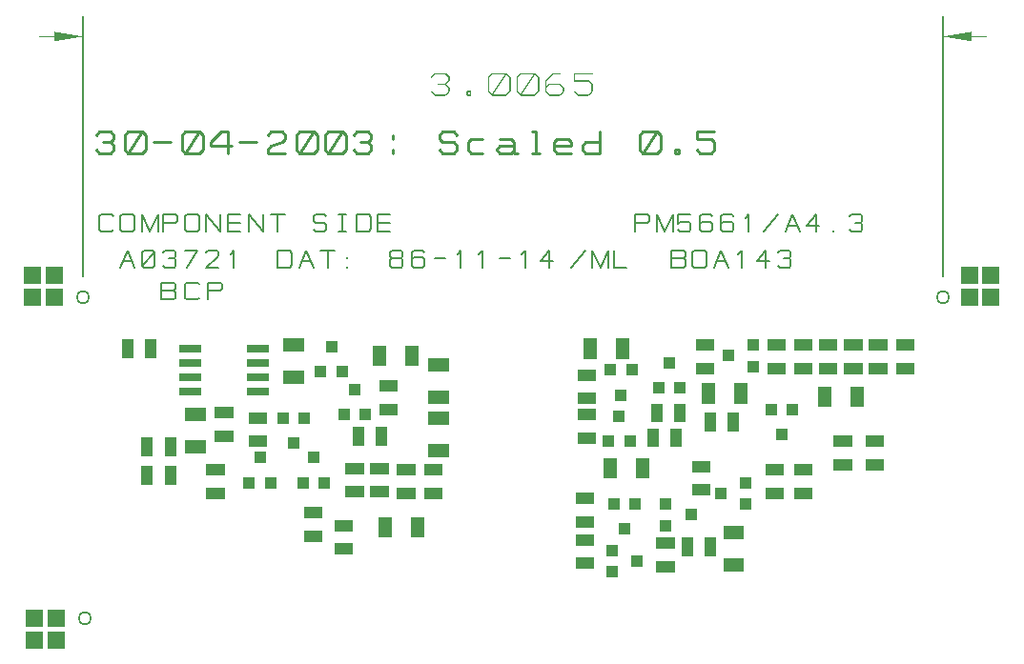
<source format=gbr>
*
%LPD*%
%LNStencil1_scaled*%
%FSLAX24Y24*%
%MOIN*%
%AD*%
%AMDimension19*
20,1,0.005000,-0.285752,0.243167,-0.273252,0.255667,0.000000*
1,1,0.005000,-0.285752,0.243167*
1,1,0.005000,-0.273252,0.255667*
20,1,0.005000,-0.273252,0.255667,-0.235752,0.255667,0.000000*
1,1,0.005000,-0.273252,0.255667*
1,1,0.005000,-0.235752,0.255667*
20,1,0.005000,-0.235752,0.255667,-0.223252,0.243167,0.000000*
1,1,0.005000,-0.235752,0.255667*
1,1,0.005000,-0.223252,0.243167*
20,1,0.005000,-0.223252,0.243167,-0.223252,0.230667,0.000000*
1,1,0.005000,-0.223252,0.243167*
1,1,0.005000,-0.223252,0.230667*
20,1,0.005000,-0.223252,0.230667,-0.235752,0.218167,0.000000*
1,1,0.005000,-0.223252,0.230667*
1,1,0.005000,-0.235752,0.218167*
20,1,0.005000,-0.235752,0.218167,-0.260752,0.218167,0.000000*
1,1,0.005000,-0.235752,0.218167*
1,1,0.005000,-0.260752,0.218167*
20,1,0.005000,-0.235752,0.218167,-0.223252,0.205667,0.000000*
1,1,0.005000,-0.235752,0.218167*
1,1,0.005000,-0.223252,0.205667*
20,1,0.005000,-0.223252,0.205667,-0.223252,0.193167,0.000000*
1,1,0.005000,-0.223252,0.205667*
1,1,0.005000,-0.223252,0.193167*
20,1,0.005000,-0.223252,0.193167,-0.235752,0.180667,0.000000*
1,1,0.005000,-0.223252,0.193167*
1,1,0.005000,-0.235752,0.180667*
20,1,0.005000,-0.235752,0.180667,-0.273252,0.180667,0.000000*
1,1,0.005000,-0.235752,0.180667*
1,1,0.005000,-0.273252,0.180667*
20,1,0.005000,-0.273252,0.180667,-0.285752,0.193167,0.000000*
1,1,0.005000,-0.273252,0.180667*
1,1,0.005000,-0.285752,0.193167*
20,1,0.005000,-0.160752,0.193167,-0.148252,0.193167,0.000000*
1,1,0.005000,-0.160752,0.193167*
1,1,0.005000,-0.148252,0.193167*
20,1,0.005000,-0.148252,0.193167,-0.148252,0.180667,0.000000*
1,1,0.005000,-0.148252,0.193167*
1,1,0.005000,-0.148252,0.180667*
20,1,0.005000,-0.148252,0.180667,-0.160752,0.180667,0.000000*
1,1,0.005000,-0.148252,0.180667*
1,1,0.005000,-0.160752,0.180667*
20,1,0.005000,-0.160752,0.180667,-0.160752,0.193167,0.000000*
1,1,0.005000,-0.160752,0.180667*
1,1,0.005000,-0.160752,0.193167*
20,1,0.005000,-0.073252,0.255667,-0.023252,0.255667,0.000000*
1,1,0.005000,-0.073252,0.255667*
1,1,0.005000,-0.023252,0.255667*
20,1,0.005000,-0.023252,0.255667,-0.010752,0.243167,0.000000*
1,1,0.005000,-0.023252,0.255667*
1,1,0.005000,-0.010752,0.243167*
20,1,0.005000,-0.010752,0.243167,-0.010752,0.193167,0.000000*
1,1,0.005000,-0.010752,0.243167*
1,1,0.005000,-0.010752,0.193167*
20,1,0.005000,-0.010752,0.193167,-0.023252,0.180667,0.000000*
1,1,0.005000,-0.010752,0.193167*
1,1,0.005000,-0.023252,0.180667*
20,1,0.005000,-0.023252,0.180667,-0.073252,0.180667,0.000000*
1,1,0.005000,-0.023252,0.180667*
1,1,0.005000,-0.073252,0.180667*
20,1,0.005000,-0.073252,0.180667,-0.085752,0.193167,0.000000*
1,1,0.005000,-0.073252,0.180667*
1,1,0.005000,-0.085752,0.193167*
20,1,0.005000,-0.085752,0.193167,-0.085752,0.243167,0.000000*
1,1,0.005000,-0.085752,0.193167*
1,1,0.005000,-0.085752,0.243167*
20,1,0.005000,-0.085752,0.243167,-0.073252,0.255667,0.000000*
1,1,0.005000,-0.085752,0.243167*
1,1,0.005000,-0.073252,0.255667*
20,1,0.005000,-0.023252,0.255667,-0.073252,0.180667,0.000000*
1,1,0.005000,-0.023252,0.255667*
1,1,0.005000,-0.073252,0.180667*
20,1,0.005000,0.026748,0.255667,0.076748,0.255667,0.000000*
1,1,0.005000,0.026748,0.255667*
1,1,0.005000,0.076748,0.255667*
20,1,0.005000,0.076748,0.255667,0.089248,0.243167,0.000000*
1,1,0.005000,0.076748,0.255667*
1,1,0.005000,0.089248,0.243167*
20,1,0.005000,0.089248,0.243167,0.089248,0.193167,0.000000*
1,1,0.005000,0.089248,0.243167*
1,1,0.005000,0.089248,0.193167*
20,1,0.005000,0.089248,0.193167,0.076748,0.180667,0.000000*
1,1,0.005000,0.089248,0.193167*
1,1,0.005000,0.076748,0.180667*
20,1,0.005000,0.076748,0.180667,0.026748,0.180667,0.000000*
1,1,0.005000,0.076748,0.180667*
1,1,0.005000,0.026748,0.180667*
20,1,0.005000,0.026748,0.180667,0.014248,0.193167,0.000000*
1,1,0.005000,0.026748,0.180667*
1,1,0.005000,0.014248,0.193167*
20,1,0.005000,0.014248,0.193167,0.014248,0.243167,0.000000*
1,1,0.005000,0.014248,0.193167*
1,1,0.005000,0.014248,0.243167*
20,1,0.005000,0.014248,0.243167,0.026748,0.255667,0.000000*
1,1,0.005000,0.014248,0.243167*
1,1,0.005000,0.026748,0.255667*
20,1,0.005000,0.076748,0.255667,0.026748,0.180667,0.000000*
1,1,0.005000,0.076748,0.255667*
1,1,0.005000,0.026748,0.180667*
20,1,0.005000,0.164248,0.255667,0.139248,0.255667,0.000000*
1,1,0.005000,0.164248,0.255667*
1,1,0.005000,0.139248,0.255667*
20,1,0.005000,0.139248,0.255667,0.114248,0.230667,0.000000*
1,1,0.005000,0.139248,0.255667*
1,1,0.005000,0.114248,0.230667*
20,1,0.005000,0.114248,0.230667,0.114248,0.193167,0.000000*
1,1,0.005000,0.114248,0.230667*
1,1,0.005000,0.114248,0.193167*
20,1,0.005000,0.114248,0.193167,0.126748,0.180667,0.000000*
1,1,0.005000,0.114248,0.193167*
1,1,0.005000,0.126748,0.180667*
20,1,0.005000,0.126748,0.180667,0.164248,0.180667,0.000000*
1,1,0.005000,0.126748,0.180667*
1,1,0.005000,0.164248,0.180667*
20,1,0.005000,0.164248,0.180667,0.176748,0.193167,0.000000*
1,1,0.005000,0.164248,0.180667*
1,1,0.005000,0.176748,0.193167*
20,1,0.005000,0.176748,0.193167,0.176748,0.205667,0.000000*
1,1,0.005000,0.176748,0.193167*
1,1,0.005000,0.176748,0.205667*
20,1,0.005000,0.176748,0.205667,0.164248,0.218167,0.000000*
1,1,0.005000,0.176748,0.205667*
1,1,0.005000,0.164248,0.218167*
20,1,0.005000,0.164248,0.218167,0.126748,0.218167,0.000000*
1,1,0.005000,0.164248,0.218167*
1,1,0.005000,0.126748,0.218167*
20,1,0.005000,0.126748,0.218167,0.114248,0.205667,0.000000*
1,1,0.005000,0.126748,0.218167*
1,1,0.005000,0.114248,0.205667*
20,1,0.005000,0.214248,0.255667,0.276748,0.255667,0.000000*
1,1,0.005000,0.214248,0.255667*
1,1,0.005000,0.276748,0.255667*
20,1,0.005000,0.214248,0.255667,0.214248,0.230667,0.000000*
1,1,0.005000,0.214248,0.255667*
1,1,0.005000,0.214248,0.230667*
20,1,0.005000,0.214248,0.230667,0.264248,0.230667,0.000000*
1,1,0.005000,0.214248,0.230667*
1,1,0.005000,0.264248,0.230667*
20,1,0.005000,0.264248,0.230667,0.276748,0.218167,0.000000*
1,1,0.005000,0.264248,0.230667*
1,1,0.005000,0.276748,0.218167*
20,1,0.005000,0.276748,0.218167,0.276748,0.193167,0.000000*
1,1,0.005000,0.276748,0.218167*
1,1,0.005000,0.276748,0.193167*
20,1,0.005000,0.276748,0.193167,0.264248,0.180667,0.000000*
1,1,0.005000,0.276748,0.193167*
1,1,0.005000,0.264248,0.180667*
20,1,0.005000,0.264248,0.180667,0.226748,0.180667,0.000000*
1,1,0.005000,0.264248,0.180667*
1,1,0.005000,0.226748,0.180667*
20,1,0.005000,0.226748,0.180667,0.214248,0.193167,0.000000*
1,1,0.005000,0.226748,0.180667*
1,1,0.005000,0.214248,0.193167*
20,1,0.005000,-1.503250,-0.455667,-1.503250,0.455667,0.000000*
1,1,0.005000,-1.503250,-0.455667*
1,1,0.005000,-1.503250,0.455667*
20,1,0.005000,1.503250,-0.455667,1.503250,0.455667,0.000000*
1,1,0.005000,1.503250,-0.455667*
1,1,0.005000,1.503250,0.455667*
4,1,3.000000,-1.503250,0.385667,-1.601890,0.369231,-1.601890,0.402103,-1.503250,0.385667,0.000000*
20,1,0.005000,-1.601890,0.385667,-1.653250,0.385667,0.000000*
1,1,0.005000,-1.601890,0.385667*
1,1,0.005000,-1.653250,0.385667*
4,1,3.000000,1.503250,0.385667,1.601890,0.402103,1.601890,0.369231,1.503250,0.385667,0.000000*
20,1,0.005000,1.601890,0.385667,1.653250,0.385667,0.000000*
1,1,0.005000,1.601890,0.385667*
1,1,0.005000,1.653250,0.385667*
%
%ADD10C,0.010000*%
%ADD11R,0.030000X0.030000*%
%ADD12R,0.040000X0.040000*%
%ADD13R,0.047000X0.047000*%
%ADD14C,0.050000X0.037500*%
%ADD15R,0.059000X0.059000*%
%ADD16C,0.005000*%
%ADD17Dimension19*%
D11*
X28500Y51250D3*
X28750Y51750D3*
X28750Y52250D3*
X28750Y52750D3*
X28500Y52750D3*
X29000Y52750D3*
X29000Y52250D3*
X28500Y52250D3*
X28500Y51750D3*
X28750Y51250D3*
X29000Y51750D3*
X29000Y51250D3*
X30875Y51250D3*
X31125Y51250D3*
X31125Y51750D3*
X31125Y52250D3*
X31125Y52750D3*
X30875Y52250D3*
X30875Y51750D3*
X31375Y51750D3*
X31375Y51250D3*
X31375Y52250D3*
X31375Y52750D3*
X30875Y52750D3*
D12*
X31000Y50315D3*
X31250Y50315D3*
X32000Y50310D3*
X32750Y50310D3*
X32375Y49435D3*
X33065Y48940D3*
X33440Y48065D3*
X32690Y48065D3*
X31565Y48065D3*
X30815Y48065D3*
X31190Y48940D3*
X31000Y49500D3*
X31250Y49500D3*
X30065Y49685D3*
X29815Y49685D3*
X29815Y50500D3*
X30065Y50500D3*
X29755Y48500D3*
X29755Y47685D3*
X29505Y47685D3*
X29505Y48500D3*
X28065Y48435D3*
X28065Y49185D3*
X27250Y49185D3*
X27250Y49435D3*
X28065Y49435D3*
X28065Y48185D3*
X27250Y48185D3*
X27250Y48435D3*
X27375Y52625D3*
X26560Y52625D3*
X26560Y52875D3*
X27375Y52875D3*
X33690Y52815D3*
X34065Y51940D3*
X33315Y51940D3*
X34500Y51315D3*
X35565Y51440D3*
X35565Y50625D3*
X34875Y50440D3*
X34125Y50440D3*
X34625Y49810D3*
X34625Y49560D3*
X35440Y49560D3*
X35440Y49810D3*
X35815Y50625D3*
X35815Y51440D3*
X35500Y48565D3*
X34625Y48565D3*
X34375Y48565D3*
X34375Y47750D3*
X34625Y47750D3*
X35250Y47750D3*
X35250Y48565D3*
X36185Y48505D3*
X36435Y48505D3*
X36435Y47690D3*
X36185Y47690D3*
X35500Y47750D3*
X37125Y47690D3*
X37125Y48505D3*
X37375Y48505D3*
X37375Y47690D3*
X34250Y46565D3*
X34000Y46565D3*
X34000Y45750D3*
X34250Y45750D3*
X33185Y46190D3*
X33185Y47005D3*
X32935Y47005D3*
X32935Y46190D3*
X42435Y46065D3*
X42685Y46065D3*
X42685Y45250D3*
X42435Y45250D3*
X43505Y44940D3*
X43505Y45690D3*
X43940Y46435D3*
X44315Y47310D3*
X43565Y47310D3*
X42685Y47505D3*
X42435Y47505D3*
X42435Y46690D3*
X42685Y46690D3*
X45380Y46565D3*
X45380Y47315D3*
X46255Y46940D3*
X46500Y47815D3*
X47310Y47690D3*
X46750Y47815D3*
X46750Y48630D3*
X46500Y48630D3*
X45750Y49500D3*
X44935Y49500D3*
X44125Y49505D3*
X43375Y49505D3*
X42750Y49625D3*
X42750Y50440D3*
X42500Y51000D3*
X42500Y51815D3*
X42750Y51815D3*
X43440Y52000D3*
X44190Y52000D3*
X43815Y51125D3*
X43750Y50380D3*
X42500Y50440D3*
X42750Y51000D3*
X42500Y49625D3*
X44935Y49750D3*
X45750Y49750D3*
X45875Y50375D3*
X45060Y50375D3*
X45060Y50625D3*
X45125Y51380D3*
X45875Y51380D3*
X45875Y50625D3*
X46935Y50310D3*
X46935Y50060D3*
X47750Y50060D3*
X47750Y50310D3*
X49065Y50625D3*
X49815Y50625D3*
X49440Y49750D3*
X49315Y48500D3*
X49315Y47685D3*
X49065Y47685D3*
X49065Y48500D3*
X50060Y48505D3*
X50310Y48505D3*
X50310Y47690D3*
X50060Y47690D3*
X48185Y48065D3*
X48185Y47315D3*
X46940Y45935D3*
X46125Y45935D3*
X46125Y45685D3*
X46940Y45685D3*
X45500Y45940D3*
X45250Y45940D3*
X45250Y45125D3*
X45500Y45125D3*
X44380Y45315D3*
X45500Y52255D3*
X46625Y52065D3*
X46625Y52880D3*
X46875Y52880D3*
X46875Y52065D3*
X47560Y52500D3*
X48435Y52875D3*
X48435Y52125D3*
X49130Y52060D3*
X49380Y52060D3*
X49380Y52875D3*
X49130Y52875D3*
X50060Y52880D3*
X50310Y52880D3*
X50310Y52065D3*
X50060Y52065D3*
X50935Y52065D3*
X51810Y52065D3*
X51810Y52880D3*
X52060Y52880D3*
X52060Y52065D3*
X52685Y52065D3*
X52685Y52880D3*
X52935Y52880D3*
X52935Y52065D3*
X53625Y52065D3*
X53625Y52880D3*
X53875Y52880D3*
X53875Y52065D3*
X51185Y52065D3*
X51185Y52880D3*
X50935Y52880D3*
X51440Y49500D3*
X51440Y48685D3*
X51690Y48685D3*
X51690Y49500D3*
X52565Y49500D3*
X52565Y48685D3*
X52815Y48685D3*
X52815Y49500D3*
D13*
X52065Y50940D3*
X52065Y51190D3*
X50940Y51190D3*
X50940Y50940D3*
X48000Y51065D3*
X48000Y51315D3*
X46875Y51315D3*
X46875Y51065D3*
X43875Y52625D3*
X43875Y52875D3*
X42750Y52875D3*
X42750Y52625D3*
X43440Y48690D3*
X43440Y48440D3*
X44565Y48440D3*
X44565Y48690D3*
X47625Y46315D3*
X47875Y46315D3*
X47875Y45190D3*
X47625Y45190D3*
X36690Y46375D3*
X36690Y46625D3*
X35565Y46625D3*
X35565Y46375D3*
X37315Y49190D3*
X37565Y49190D3*
X37565Y50315D3*
X37565Y51065D3*
X37315Y51065D3*
X37315Y50315D3*
X37315Y52190D3*
X37565Y52190D3*
X36500Y52375D3*
X36500Y52625D3*
X35375Y52625D3*
X35375Y52375D3*
X32500Y52875D3*
X32250Y52875D3*
X32250Y51750D3*
X32500Y51750D3*
X29065Y50440D3*
X28815Y50440D3*
X28815Y49315D3*
X29065Y49315D3*
D14*
X25000Y54565D3*
X25065Y43315D3*
X55065Y54565D3*
D15*
X56000Y54565D3*
X56000Y55315D3*
X56750Y55315D3*
X56750Y54565D3*
X24000Y54565D3*
X23250Y54565D3*
X23250Y55315D3*
X24000Y55315D3*
X24065Y43315D3*
X23315Y43315D3*
X23315Y42565D3*
X24065Y42565D3*
X26065Y56905D2*
D16*
X26000Y56845D1*
X25625Y56845D1*
X25565Y56905D1*
X25565Y57375D1*
X25625Y57440D1*
X26000Y57440D1*
X26065Y57375D1*
X26815Y56905D2*
X26750Y56845D1*
X26375Y56845D1*
X26315Y56905D1*
X26315Y57375D1*
X26375Y57440D1*
X26750Y57440D1*
X26815Y57375D1*
X26815Y56905D1*
X27065Y56845D2*
X27065Y57440D1*
X27345Y56845D1*
X27625Y57440D1*
X27625Y56845D1*
X27815Y56845D2*
X27815Y57440D1*
X28250Y57440D1*
X28315Y57375D1*
X28315Y57220D1*
X28250Y57155D1*
X27815Y57155D1*
X29065Y56905D2*
X29000Y56845D1*
X28625Y56845D1*
X28565Y56905D1*
X28565Y57375D1*
X28625Y57440D1*
X29000Y57440D1*
X29065Y57375D1*
X29065Y56905D1*
X29315Y56845D2*
X29315Y57440D1*
X29815Y56845D1*
X29815Y57440D1*
X30500Y56845D2*
X30065Y56845D1*
X30065Y57440D1*
X30500Y57440D1*
X30500Y57155D2*
X30065Y57155D1*
X30815Y56845D2*
X30815Y57440D1*
X31315Y56845D1*
X31315Y57440D1*
X31565Y57440D2*
X32065Y57440D1*
X31815Y57440D2*
X31815Y56845D1*
X33065Y56905D2*
X33125Y56845D1*
X33440Y56845D1*
X33500Y56905D1*
X33500Y57095D1*
X33440Y57155D1*
X33125Y57155D1*
X33065Y57220D1*
X33065Y57375D1*
X33125Y57440D1*
X33440Y57440D1*
X33500Y57375D1*
X34065Y56845D2*
X34065Y57440D1*
X33940Y56845D2*
X34190Y56845D1*
X33940Y57440D2*
X34190Y57440D1*
X34565Y56845D2*
X34565Y57440D1*
X35000Y57440D1*
X35065Y57345D1*
X35065Y56940D1*
X35000Y56845D1*
X34565Y56845D1*
X35750Y56845D2*
X35315Y56845D1*
X35315Y57440D1*
X35750Y57440D1*
X35750Y57155D2*
X35315Y57155D1*
X31815Y55595D2*
X31815Y56190D1*
X32250Y56190D1*
X32315Y56095D1*
X32315Y55690D1*
X32250Y55595D1*
X31815Y55595D1*
X32565Y55595D2*
X32815Y56190D1*
X33065Y55595D1*
X32655Y55815D2*
X32970Y55815D1*
X33315Y56190D2*
X33815Y56190D1*
X33565Y56190D2*
X33565Y55595D1*
X34250Y55595D2*
X34220Y55595D1*
X34220Y55625D1*
X34250Y55625D1*
X34250Y55595D1*
X34250Y55905D2*
X34220Y55905D1*
X34220Y55940D1*
X34250Y55940D1*
X34250Y55905D1*
X42065Y55595D2*
X42565Y56190D1*
X42815Y55595D2*
X42815Y56190D1*
X43095Y55595D1*
X43375Y56190D1*
X43375Y55595D1*
X44000Y55595D2*
X43565Y55595D1*
X43565Y56190D1*
X45565Y55595D2*
X45565Y56190D1*
X46000Y56190D1*
X46065Y56125D1*
X46065Y55970D1*
X46000Y55905D1*
X45565Y55905D1*
X46000Y55905D2*
X46065Y55845D1*
X46065Y55655D1*
X46000Y55595D1*
X45565Y55595D1*
X46815Y55655D2*
X46750Y55595D1*
X46375Y55595D1*
X46315Y55655D1*
X46315Y56125D1*
X46375Y56190D1*
X46750Y56190D1*
X46815Y56125D1*
X46815Y55655D1*
X47065Y55595D2*
X47315Y56190D1*
X47565Y55595D1*
X47155Y55815D2*
X47470Y55815D1*
X48030Y55595D2*
X48030Y56190D1*
X47905Y56065D1*
X48875Y55595D2*
X48875Y56190D1*
X48565Y55815D1*
X49000Y55815D1*
X49315Y56125D2*
X49375Y56190D1*
X49690Y56190D1*
X49750Y56125D1*
X49750Y55970D1*
X49690Y55905D1*
X49500Y55905D1*
X49690Y55905D1*
X49750Y55845D1*
X49750Y55655D1*
X49690Y55595D1*
X49375Y55595D1*
X49315Y55655D1*
X26315Y55595D2*
X26565Y56190D1*
X26815Y55595D1*
X26405Y55815D2*
X26720Y55815D1*
X27750Y54470D2*
X27750Y55065D1*
X28185Y55065D1*
X28250Y55000D1*
X28250Y54845D1*
X28185Y54780D1*
X27750Y54780D1*
X28185Y54780D2*
X28250Y54720D1*
X28250Y54530D1*
X28185Y54470D1*
X27750Y54470D1*
X29065Y54530D2*
X29000Y54470D1*
X28625Y54470D1*
X28565Y54530D1*
X28565Y55000D1*
X28625Y55065D1*
X29000Y55065D1*
X29065Y55000D1*
X29375Y54470D2*
X29375Y55065D1*
X29810Y55065D1*
X29875Y55000D1*
X29875Y54845D1*
X29810Y54780D1*
X29375Y54780D1*
X27500Y55655D2*
X27440Y55595D1*
X27125Y55595D1*
X27065Y55655D1*
X27065Y56125D1*
X27125Y56190D1*
X27440Y56190D1*
X27500Y56125D1*
X27500Y55655D1*
X27065Y55655D2*
X27500Y56125D1*
X27815Y56125D2*
X27875Y56190D1*
X28190Y56190D1*
X28250Y56125D1*
X28250Y55970D1*
X28190Y55905D1*
X28000Y55905D1*
X28190Y55905D1*
X28250Y55845D1*
X28250Y55655D1*
X28190Y55595D1*
X27875Y55595D1*
X27815Y55655D1*
X28565Y56190D2*
X29000Y56190D1*
X28625Y55595D1*
X29315Y56125D2*
X29375Y56190D1*
X29690Y56190D1*
X29750Y56125D1*
X29750Y56000D1*
X29690Y55940D1*
X29315Y55595D1*
X29750Y55595D1*
X30280Y55595D2*
X30280Y56190D1*
X30155Y56065D1*
X44315Y56845D2*
X44315Y57440D1*
X44750Y57440D1*
X44815Y57375D1*
X44815Y57220D1*
X44750Y57155D1*
X44315Y57155D1*
X45065Y56845D2*
X45065Y57440D1*
X45345Y56845D1*
X45625Y57440D1*
X45625Y56845D1*
X45815Y56905D2*
X45875Y56845D1*
X46190Y56845D1*
X46250Y56905D1*
X46250Y57125D1*
X46190Y57190D1*
X45875Y57190D1*
X45815Y57125D1*
X45815Y57440D1*
X46250Y57440D1*
X46565Y57125D2*
X46625Y57190D1*
X46940Y57190D1*
X47000Y57125D1*
X47000Y56905D1*
X46940Y56845D1*
X46625Y56845D1*
X46565Y56905D1*
X46565Y57375D1*
X46625Y57440D1*
X46940Y57440D1*
X47000Y57375D1*
X47315Y57125D2*
X47375Y57190D1*
X47690Y57190D1*
X47750Y57125D1*
X47750Y56905D1*
X47690Y56845D1*
X47375Y56845D1*
X47315Y56905D1*
X47315Y57375D1*
X47375Y57440D1*
X47690Y57440D1*
X47750Y57375D1*
X48280Y56845D2*
X48280Y57440D1*
X48155Y57315D1*
X48815Y56845D2*
X49315Y57440D1*
X49565Y56845D2*
X49815Y57440D1*
X50065Y56845D1*
X49655Y57065D2*
X49970Y57065D1*
X50625Y56845D2*
X50625Y57440D1*
X50315Y57065D1*
X50750Y57065D1*
X51250Y56845D2*
X51220Y56845D1*
X51220Y56875D1*
X51250Y56875D1*
X51250Y56845D1*
X51815Y57375D2*
X51875Y57440D1*
X52190Y57440D1*
X52250Y57375D1*
X52250Y57220D1*
X52190Y57155D1*
X52000Y57155D1*
X52190Y57155D1*
X52250Y57095D1*
X52250Y56905D1*
X52190Y56845D1*
X51875Y56845D1*
X51815Y56905D1*
X35750Y55655D2*
X35750Y55845D1*
X35810Y55905D1*
X36125Y55905D1*
X36185Y55970D1*
X36185Y56125D1*
X36125Y56190D1*
X35810Y56190D1*
X35750Y56125D1*
X35750Y55970D1*
X35810Y55905D1*
X36125Y55905D1*
X36185Y55845D1*
X36185Y55655D1*
X36125Y55595D1*
X35810Y55595D1*
X35750Y55655D1*
X36500Y55875D2*
X36560Y55940D1*
X36875Y55940D1*
X36935Y55875D1*
X36935Y55655D1*
X36875Y55595D1*
X36560Y55595D1*
X36500Y55655D1*
X36500Y56125D1*
X36560Y56190D1*
X36875Y56190D1*
X36935Y56125D1*
X37310Y55905D2*
X37685Y55905D1*
X38215Y55595D2*
X38215Y56190D1*
X38090Y56065D1*
X38965Y55595D2*
X38965Y56190D1*
X38840Y56065D1*
X39560Y55905D2*
X39935Y55905D1*
X40465Y55595D2*
X40465Y56190D1*
X40340Y56065D1*
X41310Y55595D2*
X41310Y56190D1*
X41000Y55815D1*
X41435Y55815D1*
X25459Y60221D2*
D10*
X25584Y60346D1*
X25959Y60346D1*
X26084Y60221D1*
X26084Y60096D1*
X25959Y59971D1*
X25709Y59971D1*
X25959Y59971D2*
X26084Y59846D1*
X26084Y59721D1*
X25959Y59596D1*
X25584Y59596D1*
X25459Y59721D1*
X26584Y60346D2*
X27084Y60346D1*
X27209Y60221D1*
X27209Y59721D1*
X27084Y59596D1*
X26584Y59596D1*
X26459Y59721D1*
X26459Y60221D1*
X26584Y60346D1*
X27084Y60346D2*
X26584Y59596D1*
X27459Y59971D2*
X28084Y59971D1*
X28584Y60346D2*
X29084Y60346D1*
X29209Y60221D1*
X29209Y59721D1*
X29084Y59596D1*
X28584Y59596D1*
X28459Y59721D1*
X28459Y60221D1*
X28584Y60346D1*
X29084Y60346D2*
X28584Y59596D1*
X29834Y60346D2*
X30084Y60346D1*
X30084Y59596D1*
X29834Y60346D2*
X29459Y59971D1*
X29459Y59846D1*
X30209Y59846D1*
X30459Y59971D2*
X31084Y59971D1*
X31459Y60221D2*
X31584Y60346D1*
X31959Y60346D1*
X32084Y60221D1*
X32084Y60096D1*
X31959Y59971D1*
X31584Y59846D1*
X31459Y59721D1*
X31459Y59596D1*
X32084Y59596D1*
X32584Y60346D2*
X33084Y60346D1*
X33209Y60221D1*
X33209Y59721D1*
X33084Y59596D1*
X32584Y59596D1*
X32459Y59721D1*
X32459Y60221D1*
X32584Y60346D1*
X33084Y60346D2*
X32584Y59596D1*
X33584Y60346D2*
X34084Y60346D1*
X34209Y60221D1*
X34209Y59721D1*
X34084Y59596D1*
X33584Y59596D1*
X33459Y59721D1*
X33459Y60221D1*
X33584Y60346D1*
X34084Y60346D2*
X33584Y59596D1*
X34459Y60221D2*
X34584Y60346D1*
X34959Y60346D1*
X35084Y60221D1*
X35084Y60096D1*
X34959Y59971D1*
X34709Y59971D1*
X34959Y59971D2*
X35084Y59846D1*
X35084Y59721D1*
X34959Y59596D1*
X34584Y59596D1*
X34459Y59721D1*
X35834Y60221D2*
X35834Y60096D1*
X35834Y59721D2*
X35834Y59596D1*
X38084Y60221D2*
X37959Y60346D1*
X37584Y60346D1*
X37459Y60221D1*
X37459Y60096D1*
X38084Y59846D2*
X38084Y59721D1*
X37959Y59596D1*
X37584Y59596D1*
X37459Y59721D1*
X37459Y60096D2*
X37584Y59971D1*
X37959Y59971D1*
X38084Y59846D1*
X38959Y60096D2*
X38584Y60096D1*
X38459Y59971D1*
X38459Y59721D1*
X38584Y59596D1*
X38959Y59596D1*
X39584Y60096D2*
X39959Y60096D1*
X40084Y59971D1*
X40084Y59596D1*
X40209Y59596D1*
X39584Y59846D2*
X39459Y59721D1*
X39584Y59596D1*
X39584Y59846D2*
X40084Y59846D1*
X40084Y59721D2*
X39959Y59596D1*
X39584Y59596D1*
X40834Y60346D2*
X40834Y59596D1*
X40834Y60346D2*
X40709Y60346D1*
X40709Y59596D2*
X40959Y59596D1*
X42084Y59846D2*
X42084Y59971D1*
X41959Y60096D1*
X41584Y60096D1*
X41459Y59971D1*
X41459Y59721D1*
X41584Y59596D1*
X42084Y59846D2*
X41459Y59846D1*
X41584Y59596D2*
X42084Y59596D1*
X43084Y60346D2*
X43084Y59596D1*
X42584Y59971D2*
X42459Y59846D1*
X42459Y59721D1*
X42584Y59596D1*
X42584Y59971D2*
X43084Y59971D1*
X42584Y59596D2*
X43084Y59596D1*
X44584Y60346D2*
X45084Y60346D1*
X45209Y60221D1*
X45209Y59721D1*
X45084Y59596D1*
X44584Y59596D1*
X44459Y59721D1*
X44459Y60221D1*
X44584Y60346D1*
X45084Y60346D2*
X44584Y59596D1*
X45709Y59721D2*
X45834Y59721D1*
X45834Y59596D1*
X45709Y59596D1*
X45709Y59721D1*
X46459Y60346D2*
X47084Y60346D1*
X46459Y60346D2*
X46459Y60096D1*
X46959Y60096D1*
X47084Y59971D1*
X47084Y59721D1*
X46959Y59596D1*
X46584Y59596D1*
X46459Y59721D1*
D17*
X40032Y59822D3*
M2*

</source>
